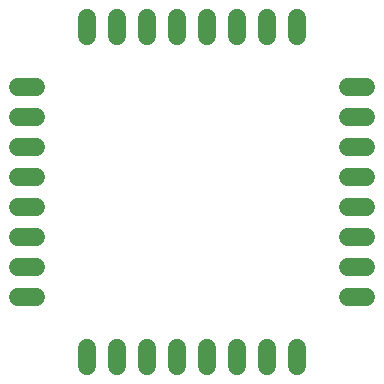
<source format=gbr>
G04 EAGLE Gerber RS-274X export*
G75*
%MOMM*%
%FSLAX34Y34*%
%LPD*%
%INBottom Copper*%
%IPPOS*%
%AMOC8*
5,1,8,0,0,1.08239X$1,22.5*%
G01*
%ADD10C,1.524000*%


D10*
X375920Y368300D02*
X360680Y368300D01*
X360680Y393700D02*
X375920Y393700D01*
X375920Y419100D02*
X360680Y419100D01*
X360680Y444500D02*
X375920Y444500D01*
X375920Y469900D02*
X360680Y469900D01*
X360680Y495300D02*
X375920Y495300D01*
X375920Y520700D02*
X360680Y520700D01*
X360680Y342900D02*
X375920Y342900D01*
X640080Y368300D02*
X655320Y368300D01*
X655320Y393700D02*
X640080Y393700D01*
X640080Y419100D02*
X655320Y419100D01*
X655320Y444500D02*
X640080Y444500D01*
X640080Y469900D02*
X655320Y469900D01*
X655320Y495300D02*
X640080Y495300D01*
X640080Y520700D02*
X655320Y520700D01*
X655320Y342900D02*
X640080Y342900D01*
X571500Y299720D02*
X571500Y284480D01*
X546100Y284480D02*
X546100Y299720D01*
X520700Y299720D02*
X520700Y284480D01*
X495300Y284480D02*
X495300Y299720D01*
X469900Y299720D02*
X469900Y284480D01*
X444500Y284480D02*
X444500Y299720D01*
X419100Y299720D02*
X419100Y284480D01*
X596900Y284480D02*
X596900Y299720D01*
X571500Y563880D02*
X571500Y579120D01*
X546100Y579120D02*
X546100Y563880D01*
X520700Y563880D02*
X520700Y579120D01*
X495300Y579120D02*
X495300Y563880D01*
X469900Y563880D02*
X469900Y579120D01*
X444500Y579120D02*
X444500Y563880D01*
X419100Y563880D02*
X419100Y579120D01*
X596900Y579120D02*
X596900Y563880D01*
M02*

</source>
